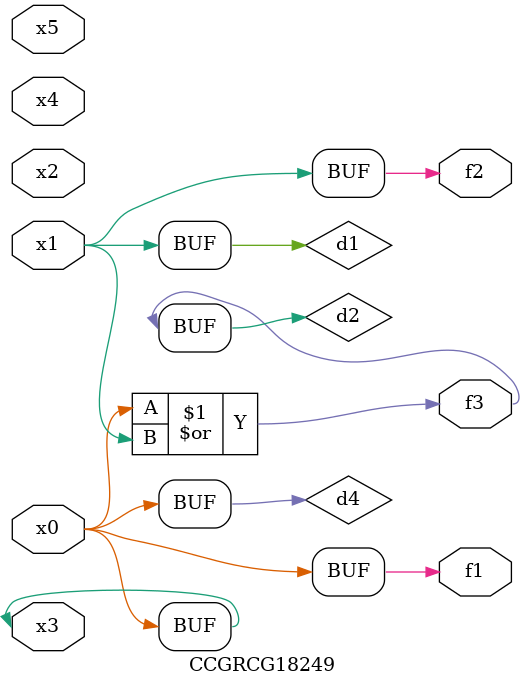
<source format=v>
module CCGRCG18249(
	input x0, x1, x2, x3, x4, x5,
	output f1, f2, f3
);

	wire d1, d2, d3, d4;

	and (d1, x1);
	or (d2, x0, x1);
	nand (d3, x0, x5);
	buf (d4, x0, x3);
	assign f1 = d4;
	assign f2 = d1;
	assign f3 = d2;
endmodule

</source>
